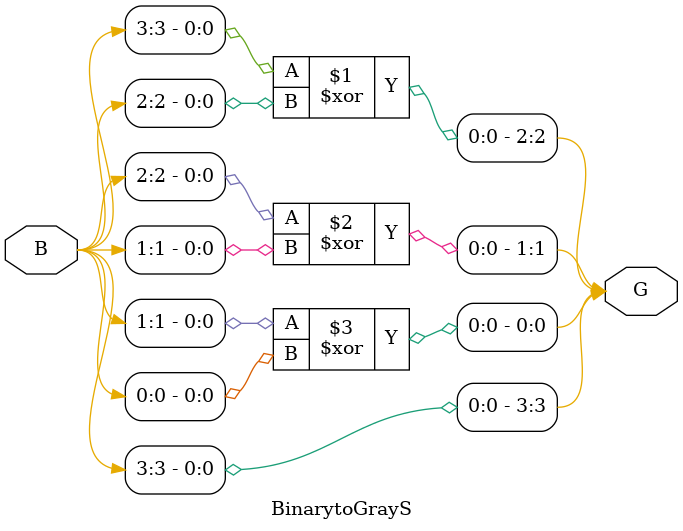
<source format=v>
`timescale 1ns / 1ps
module BinarytoGrayS(B,G
    );
input [3:0] B;
output [3:0] G;
not(Bbar,B[3]);
not(G[3],Bbar);
xor (G[2],B[3],B[2]);
xor (G[1],B[2],B[1]);
xor (G[0],B[1],B[0]);

endmodule

</source>
